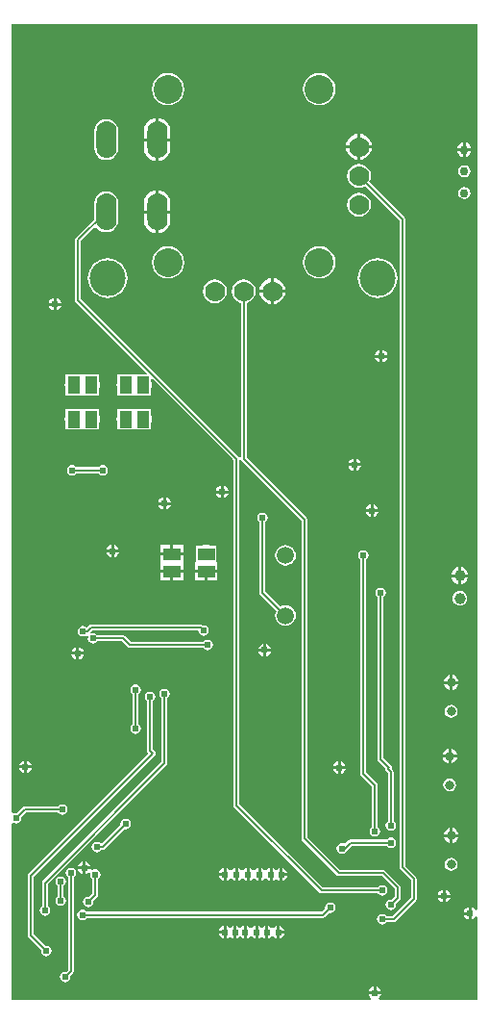
<source format=gbl>
G04 Layer_Physical_Order=2*
G04 Layer_Color=16711680*
%FSLAX25Y25*%
%MOIN*%
G70*
G01*
G75*
%ADD30C,0.00800*%
%ADD32C,0.10000*%
%ADD33O,0.07000X0.13000*%
%ADD34C,0.07000*%
%ADD35R,0.05900X0.04300*%
%ADD36C,0.12500*%
%ADD37R,0.04300X0.05900*%
%ADD38C,0.03150*%
%ADD39C,0.03937*%
%ADD40C,0.05905*%
%ADD41C,0.03000*%
%ADD42C,0.02400*%
G36*
X393500Y337298D02*
X392900Y337116D01*
X392586Y337586D01*
X391858Y338072D01*
X391500Y338144D01*
Y336000D01*
Y333856D01*
X391858Y333928D01*
X392586Y334414D01*
X392900Y334884D01*
X393500Y334702D01*
Y306121D01*
X359480D01*
X359298Y306721D01*
X359586Y306914D01*
X360072Y307642D01*
X360144Y308000D01*
X355856D01*
X355928Y307642D01*
X356414Y306914D01*
X356702Y306721D01*
X356520Y306121D01*
X232000D01*
Y367116D01*
X232600Y367437D01*
X232798Y367304D01*
X233500Y367165D01*
X234202Y367304D01*
X234798Y367702D01*
X235196Y368298D01*
X235335Y369000D01*
X235270Y369328D01*
X236922Y370980D01*
X248016D01*
X248202Y370702D01*
X248798Y370304D01*
X249500Y370165D01*
X250202Y370304D01*
X250798Y370702D01*
X251196Y371298D01*
X251335Y372000D01*
X251196Y372702D01*
X250798Y373298D01*
X250202Y373696D01*
X249500Y373835D01*
X248798Y373696D01*
X248202Y373298D01*
X248016Y373020D01*
X236500D01*
X236110Y372942D01*
X235779Y372721D01*
X233828Y370770D01*
X233500Y370835D01*
X232798Y370696D01*
X232600Y370564D01*
X232000Y370884D01*
Y643878D01*
X393500D01*
Y337298D01*
D02*
G37*
%LPC*%
G36*
X238888Y386244D02*
X237244D01*
Y384600D01*
X237602Y384672D01*
X238330Y385158D01*
X238816Y385886D01*
X238888Y386244D01*
D02*
G37*
G36*
X345205Y388644D02*
X344846Y388572D01*
X344119Y388086D01*
X343632Y387358D01*
X343561Y387000D01*
X345205D01*
Y388644D01*
D02*
G37*
G36*
X236244Y386244D02*
X234600D01*
X234672Y385886D01*
X235158Y385158D01*
X235886Y384672D01*
X236244Y384600D01*
Y386244D01*
D02*
G37*
G36*
X347848Y386000D02*
X346205D01*
Y384356D01*
X346563Y384428D01*
X347291Y384914D01*
X347777Y385642D01*
X347848Y386000D01*
D02*
G37*
G36*
X383500Y390000D02*
X381469D01*
X381491Y389828D01*
X381751Y389201D01*
X382164Y388664D01*
X382701Y388251D01*
X383328Y387991D01*
X383500Y387969D01*
Y390000D01*
D02*
G37*
G36*
X386531D02*
X384500D01*
Y387969D01*
X384672Y387991D01*
X385298Y388251D01*
X385836Y388664D01*
X386249Y389201D01*
X386508Y389828D01*
X386531Y390000D01*
D02*
G37*
G36*
X237244Y388888D02*
Y387244D01*
X238888D01*
X238816Y387602D01*
X238330Y388330D01*
X237602Y388816D01*
X237244Y388888D01*
D02*
G37*
G36*
X346205Y388644D02*
Y387000D01*
X347848D01*
X347777Y387358D01*
X347291Y388086D01*
X346563Y388572D01*
X346205Y388644D01*
D02*
G37*
G36*
X236244Y388888D02*
X235886Y388816D01*
X235158Y388330D01*
X234672Y387602D01*
X234600Y387244D01*
X236244D01*
Y388888D01*
D02*
G37*
G36*
X354000Y461835D02*
X353298Y461696D01*
X352702Y461298D01*
X352304Y460702D01*
X352165Y460000D01*
X352304Y459298D01*
X352702Y458702D01*
X352980Y458516D01*
Y384500D01*
X353058Y384110D01*
X353279Y383779D01*
X356980Y380078D01*
Y365984D01*
X356702Y365798D01*
X356304Y365202D01*
X356165Y364500D01*
X356304Y363798D01*
X356702Y363202D01*
X357298Y362804D01*
X358000Y362665D01*
X358702Y362804D01*
X359298Y363202D01*
X359696Y363798D01*
X359835Y364500D01*
X359696Y365202D01*
X359298Y365798D01*
X359020Y365984D01*
Y380500D01*
X358942Y380890D01*
X358721Y381221D01*
X355020Y384922D01*
Y458516D01*
X355298Y458702D01*
X355696Y459298D01*
X355835Y460000D01*
X355696Y460702D01*
X355298Y461298D01*
X354702Y461696D01*
X354000Y461835D01*
D02*
G37*
G36*
X384000Y365531D02*
X383828Y365509D01*
X383202Y365249D01*
X382664Y364836D01*
X382251Y364299D01*
X381992Y363672D01*
X381969Y363500D01*
X384000D01*
Y365531D01*
D02*
G37*
G36*
Y362500D02*
X381969D01*
X381992Y362328D01*
X382251Y361701D01*
X382664Y361164D01*
X383202Y360751D01*
X383828Y360491D01*
X384000Y360469D01*
Y362500D01*
D02*
G37*
G36*
X387031D02*
X385000D01*
Y360469D01*
X385172Y360491D01*
X385799Y360751D01*
X386336Y361164D01*
X386749Y361701D01*
X387009Y362328D01*
X387031Y362500D01*
D02*
G37*
G36*
X385000Y365531D02*
Y363500D01*
X387031D01*
X387009Y363672D01*
X386749Y364299D01*
X386336Y364836D01*
X385799Y365249D01*
X385172Y365509D01*
X385000Y365531D01*
D02*
G37*
G36*
X384000Y382717D02*
X383151Y382549D01*
X382432Y382068D01*
X381951Y381349D01*
X381783Y380500D01*
X381951Y379651D01*
X382432Y378932D01*
X383151Y378451D01*
X384000Y378283D01*
X384849Y378451D01*
X385568Y378932D01*
X386049Y379651D01*
X386217Y380500D01*
X386049Y381349D01*
X385568Y382068D01*
X384849Y382549D01*
X384000Y382717D01*
D02*
G37*
G36*
X345205Y386000D02*
X343561D01*
X343632Y385642D01*
X344119Y384914D01*
X344846Y384428D01*
X345205Y384356D01*
Y386000D01*
D02*
G37*
G36*
X360000Y448835D02*
X359298Y448696D01*
X358702Y448298D01*
X358304Y447702D01*
X358165Y447000D01*
X358304Y446298D01*
X358702Y445702D01*
X358980Y445516D01*
Y389500D01*
X359058Y389110D01*
X359279Y388779D01*
X361602Y386456D01*
X361558Y386390D01*
X361480Y386000D01*
X361558Y385610D01*
X361779Y385279D01*
X362480Y384578D01*
Y367984D01*
X362202Y367798D01*
X361804Y367202D01*
X361665Y366500D01*
X361804Y365798D01*
X362202Y365202D01*
X362798Y364804D01*
X363500Y364665D01*
X364202Y364804D01*
X364798Y365202D01*
X365196Y365798D01*
X365335Y366500D01*
X365196Y367202D01*
X364798Y367798D01*
X364520Y367984D01*
Y385000D01*
X364442Y385390D01*
X364221Y385721D01*
X363898Y386044D01*
X363942Y386110D01*
X364020Y386500D01*
X363942Y386890D01*
X363721Y387221D01*
X361020Y389922D01*
Y445516D01*
X361298Y445702D01*
X361696Y446298D01*
X361835Y447000D01*
X361696Y447702D01*
X361298Y448298D01*
X360702Y448696D01*
X360000Y448835D01*
D02*
G37*
G36*
X271500Y368835D02*
X270798Y368696D01*
X270202Y368298D01*
X269804Y367702D01*
X269665Y367000D01*
X269730Y366672D01*
X263454Y360396D01*
X262798Y360298D01*
X262202Y360696D01*
X261500Y360835D01*
X260798Y360696D01*
X260202Y360298D01*
X259804Y359702D01*
X259665Y359000D01*
X259804Y358298D01*
X260202Y357702D01*
X260798Y357304D01*
X261500Y357165D01*
X262202Y357304D01*
X262798Y357702D01*
X262984Y357980D01*
X263500D01*
X263890Y358058D01*
X264221Y358279D01*
X271172Y365230D01*
X271500Y365165D01*
X272202Y365304D01*
X272798Y365702D01*
X273196Y366298D01*
X273335Y367000D01*
X273196Y367702D01*
X272798Y368298D01*
X272202Y368696D01*
X271500Y368835D01*
D02*
G37*
G36*
X254410Y428234D02*
X254051Y428163D01*
X253323Y427677D01*
X252837Y426949D01*
X252766Y426590D01*
X254410D01*
Y428234D01*
D02*
G37*
G36*
X255410D02*
Y426590D01*
X257053D01*
X256982Y426949D01*
X256496Y427677D01*
X255768Y428163D01*
X255410Y428234D01*
D02*
G37*
G36*
X319256Y426744D02*
X317612D01*
X317684Y426386D01*
X318170Y425658D01*
X318898Y425172D01*
X319256Y425101D01*
Y426744D01*
D02*
G37*
G36*
X321900D02*
X320256D01*
Y425101D01*
X320614Y425172D01*
X321342Y425658D01*
X321828Y426386D01*
X321900Y426744D01*
D02*
G37*
G36*
X319256Y429388D02*
X318898Y429316D01*
X318170Y428830D01*
X317684Y428102D01*
X317612Y427744D01*
X319256D01*
Y429388D01*
D02*
G37*
G36*
X319000Y474835D02*
X318298Y474696D01*
X317702Y474298D01*
X317304Y473702D01*
X317165Y473000D01*
X317304Y472298D01*
X317702Y471702D01*
X317980Y471516D01*
Y447134D01*
X318058Y446744D01*
X318279Y446413D01*
X323858Y440833D01*
X323539Y440061D01*
X323417Y439134D01*
X323539Y438206D01*
X323897Y437342D01*
X324466Y436600D01*
X325208Y436030D01*
X326073Y435673D01*
X327000Y435550D01*
X327927Y435673D01*
X328792Y436030D01*
X329534Y436600D01*
X330103Y437342D01*
X330461Y438206D01*
X330583Y439134D01*
X330461Y440061D01*
X330103Y440926D01*
X329534Y441668D01*
X328792Y442237D01*
X327927Y442595D01*
X327000Y442717D01*
X326073Y442595D01*
X325300Y442275D01*
X320020Y447556D01*
Y471516D01*
X320298Y471702D01*
X320696Y472298D01*
X320835Y473000D01*
X320696Y473702D01*
X320298Y474298D01*
X319702Y474696D01*
X319000Y474835D01*
D02*
G37*
G36*
X387500Y447717D02*
X386829Y447628D01*
X386205Y447370D01*
X385668Y446958D01*
X385256Y446421D01*
X384998Y445796D01*
X384909Y445126D01*
X384998Y444455D01*
X385256Y443831D01*
X385668Y443294D01*
X386205Y442882D01*
X386829Y442624D01*
X387500Y442535D01*
X388171Y442624D01*
X388795Y442882D01*
X389332Y443294D01*
X389744Y443831D01*
X390002Y444455D01*
X390091Y445126D01*
X390002Y445796D01*
X389744Y446421D01*
X389332Y446958D01*
X388795Y447370D01*
X388171Y447628D01*
X387500Y447717D01*
D02*
G37*
G36*
X320256Y429388D02*
Y427744D01*
X321900D01*
X321828Y428102D01*
X321342Y428830D01*
X320614Y429316D01*
X320256Y429388D01*
D02*
G37*
G36*
X297500Y436020D02*
X259500D01*
X259110Y435942D01*
X258779Y435721D01*
X258118Y435060D01*
X258065Y435065D01*
X257470Y435463D01*
X256768Y435603D01*
X256065Y435463D01*
X255470Y435065D01*
X255072Y434470D01*
X254932Y433768D01*
X255072Y433065D01*
X255470Y432470D01*
X256065Y432072D01*
X256768Y431932D01*
X257470Y432072D01*
X258065Y432470D01*
X258238Y432455D01*
X258527Y432016D01*
X258578Y431823D01*
X258456Y431209D01*
X258596Y430506D01*
X258994Y429911D01*
X259589Y429513D01*
X260291Y429373D01*
X260994Y429513D01*
X261589Y429911D01*
X261775Y430189D01*
X270369D01*
X272279Y428279D01*
X272610Y428058D01*
X273000Y427980D01*
X298516D01*
X298702Y427702D01*
X299298Y427304D01*
X300000Y427165D01*
X300702Y427304D01*
X301298Y427702D01*
X301696Y428298D01*
X301835Y429000D01*
X301696Y429702D01*
X301298Y430298D01*
X300702Y430696D01*
X300000Y430835D01*
X299298Y430696D01*
X298702Y430298D01*
X298516Y430020D01*
X273422D01*
X271512Y431930D01*
X271182Y432151D01*
X270791Y432228D01*
X261775D01*
X261589Y432506D01*
X260994Y432904D01*
X260291Y433044D01*
X259721Y432931D01*
X259385Y433382D01*
X259367Y433425D01*
X259922Y433980D01*
X296669D01*
X296804Y433298D01*
X297202Y432702D01*
X297798Y432304D01*
X298500Y432165D01*
X299202Y432304D01*
X299798Y432702D01*
X300196Y433298D01*
X300335Y434000D01*
X300196Y434702D01*
X299798Y435298D01*
X299202Y435696D01*
X298500Y435835D01*
X298153Y435766D01*
X297890Y435942D01*
X297500Y436020D01*
D02*
G37*
G36*
X257053Y425591D02*
X255410D01*
Y423947D01*
X255768Y424018D01*
X256496Y424504D01*
X256982Y425232D01*
X257053Y425591D01*
D02*
G37*
G36*
X275000Y415335D02*
X274298Y415196D01*
X273702Y414798D01*
X273304Y414202D01*
X273165Y413500D01*
X273304Y412798D01*
X273702Y412202D01*
X273980Y412016D01*
Y401484D01*
X273702Y401298D01*
X273304Y400702D01*
X273165Y400000D01*
X273304Y399298D01*
X273702Y398702D01*
X274298Y398304D01*
X275000Y398165D01*
X275702Y398304D01*
X276298Y398702D01*
X276696Y399298D01*
X276835Y400000D01*
X276696Y400702D01*
X276298Y401298D01*
X276020Y401484D01*
Y412016D01*
X276298Y412202D01*
X276696Y412798D01*
X276835Y413500D01*
X276696Y414202D01*
X276298Y414798D01*
X275702Y415196D01*
X275000Y415335D01*
D02*
G37*
G36*
X384500Y408217D02*
X383651Y408049D01*
X382932Y407568D01*
X382451Y406849D01*
X382283Y406000D01*
X382451Y405151D01*
X382932Y404432D01*
X383651Y403951D01*
X384500Y403783D01*
X385349Y403951D01*
X386068Y404432D01*
X386549Y405151D01*
X386717Y406000D01*
X386549Y406849D01*
X386068Y407568D01*
X385349Y408049D01*
X384500Y408217D01*
D02*
G37*
G36*
X383500Y393031D02*
X383328Y393008D01*
X382701Y392749D01*
X382164Y392336D01*
X381751Y391798D01*
X381491Y391172D01*
X381469Y391000D01*
X383500D01*
Y393031D01*
D02*
G37*
G36*
X384500D02*
Y391000D01*
X386531D01*
X386508Y391172D01*
X386249Y391798D01*
X385836Y392336D01*
X385298Y392749D01*
X384672Y393008D01*
X384500Y393031D01*
D02*
G37*
G36*
X384000Y415500D02*
X381969D01*
X381992Y415328D01*
X382251Y414702D01*
X382664Y414164D01*
X383202Y413751D01*
X383828Y413491D01*
X384000Y413469D01*
Y415500D01*
D02*
G37*
G36*
X385000Y418531D02*
Y416500D01*
X387031D01*
X387009Y416672D01*
X386749Y417299D01*
X386336Y417836D01*
X385799Y418249D01*
X385172Y418508D01*
X385000Y418531D01*
D02*
G37*
G36*
X254410Y425591D02*
X252766D01*
X252837Y425232D01*
X253323Y424504D01*
X254051Y424018D01*
X254410Y423947D01*
Y425591D01*
D02*
G37*
G36*
X387031Y415500D02*
X385000D01*
Y413469D01*
X385172Y413491D01*
X385799Y413751D01*
X386336Y414164D01*
X386749Y414702D01*
X387009Y415328D01*
X387031Y415500D01*
D02*
G37*
G36*
X384000Y418531D02*
X383828Y418508D01*
X383202Y418249D01*
X382664Y417836D01*
X382251Y417299D01*
X381992Y416672D01*
X381969Y416500D01*
X384000D01*
Y418531D01*
D02*
G37*
G36*
X320000Y331644D02*
X319642Y331572D01*
X318914Y331086D01*
X318586D01*
X317858Y331572D01*
X317500Y331644D01*
Y329500D01*
Y327356D01*
X317858Y327428D01*
X318586Y327914D01*
X318914D01*
X319642Y327428D01*
X320000Y327356D01*
Y329500D01*
Y331644D01*
D02*
G37*
G36*
X390500Y335500D02*
X388856D01*
X388928Y335142D01*
X389414Y334414D01*
X390142Y333928D01*
X390500Y333856D01*
Y335500D01*
D02*
G37*
G36*
X309000Y331644D02*
X308642Y331572D01*
X307914Y331086D01*
X307586D01*
X306858Y331572D01*
X306500Y331644D01*
Y329500D01*
Y327356D01*
X306858Y327428D01*
X307586Y327914D01*
X307914D01*
X308642Y327428D01*
X309000Y327356D01*
Y329500D01*
Y331644D01*
D02*
G37*
G36*
X312500D02*
X312142Y331572D01*
X311414Y331086D01*
X311086D01*
X310358Y331572D01*
X310000Y331644D01*
Y329500D01*
Y327356D01*
X310358Y327428D01*
X311086Y327914D01*
X311414D01*
X312142Y327428D01*
X312500Y327356D01*
Y329500D01*
Y331644D01*
D02*
G37*
G36*
X352500Y595635D02*
X351430Y595495D01*
X350432Y595081D01*
X349576Y594424D01*
X348919Y593568D01*
X348505Y592570D01*
X348365Y591500D01*
X348505Y590430D01*
X348919Y589432D01*
X349576Y588576D01*
X350432Y587919D01*
X351430Y587505D01*
X352500Y587365D01*
X353570Y587505D01*
X354568Y587919D01*
X354608Y587950D01*
X366480Y576078D01*
Y352000D01*
X366558Y351610D01*
X366779Y351279D01*
X370480Y347578D01*
Y341422D01*
X364078Y335020D01*
X361984D01*
X361798Y335298D01*
X361202Y335696D01*
X360500Y335835D01*
X359798Y335696D01*
X359202Y335298D01*
X358804Y334702D01*
X358665Y334000D01*
X358804Y333298D01*
X359202Y332702D01*
X359798Y332304D01*
X360500Y332165D01*
X361202Y332304D01*
X361798Y332702D01*
X361984Y332980D01*
X364500D01*
X364890Y333058D01*
X365221Y333279D01*
X372221Y340279D01*
X372442Y340610D01*
X372520Y341000D01*
Y348000D01*
X372442Y348390D01*
X372221Y348721D01*
X368520Y352422D01*
Y576500D01*
X368442Y576890D01*
X368221Y577221D01*
X356050Y589392D01*
X356081Y589432D01*
X356494Y590430D01*
X356635Y591500D01*
X356494Y592570D01*
X356081Y593568D01*
X355424Y594424D01*
X354568Y595081D01*
X353570Y595495D01*
X352500Y595635D01*
D02*
G37*
G36*
X342500Y339835D02*
X341798Y339696D01*
X341202Y339298D01*
X340804Y338702D01*
X340665Y338000D01*
X340730Y337672D01*
X339578Y336520D01*
X257984D01*
X257798Y336798D01*
X257202Y337196D01*
X256500Y337335D01*
X255798Y337196D01*
X255202Y336798D01*
X254804Y336202D01*
X254665Y335500D01*
X254804Y334798D01*
X255202Y334202D01*
X255798Y333804D01*
X256500Y333665D01*
X257202Y333804D01*
X257798Y334202D01*
X257984Y334480D01*
X340000D01*
X340390Y334558D01*
X340721Y334779D01*
X342172Y336230D01*
X342500Y336165D01*
X343202Y336304D01*
X343798Y336702D01*
X344196Y337298D01*
X344335Y338000D01*
X344196Y338702D01*
X343798Y339298D01*
X343202Y339696D01*
X342500Y339835D01*
D02*
G37*
G36*
X249000Y348835D02*
X248298Y348696D01*
X247702Y348298D01*
X247304Y347702D01*
X247165Y347000D01*
X247304Y346298D01*
X247702Y345702D01*
X247980Y345516D01*
Y341984D01*
X247702Y341798D01*
X247304Y341202D01*
X247165Y340500D01*
X247304Y339798D01*
X247702Y339202D01*
X248298Y338804D01*
X249000Y338665D01*
X249702Y338804D01*
X250298Y339202D01*
X250696Y339798D01*
X250835Y340500D01*
X250696Y341202D01*
X250298Y341798D01*
X250020Y341984D01*
Y345516D01*
X250298Y345702D01*
X250696Y346298D01*
X250835Y347000D01*
X250696Y347702D01*
X250298Y348298D01*
X249702Y348696D01*
X249000Y348835D01*
D02*
G37*
G36*
X285000Y413835D02*
X284298Y413696D01*
X283702Y413298D01*
X283304Y412702D01*
X283165Y412000D01*
X283304Y411298D01*
X283702Y410702D01*
X283980Y410516D01*
Y388422D01*
X242779Y347221D01*
X242558Y346890D01*
X242480Y346500D01*
Y338484D01*
X242202Y338298D01*
X241804Y337702D01*
X241665Y337000D01*
X241804Y336298D01*
X242202Y335702D01*
X242798Y335304D01*
X243500Y335165D01*
X244202Y335304D01*
X244798Y335702D01*
X245196Y336298D01*
X245335Y337000D01*
X245196Y337702D01*
X244798Y338298D01*
X244520Y338484D01*
Y346078D01*
X285721Y387279D01*
X285942Y387610D01*
X286020Y388000D01*
Y410516D01*
X286298Y410702D01*
X286696Y411298D01*
X286835Y412000D01*
X286696Y412702D01*
X286298Y413298D01*
X285702Y413696D01*
X285000Y413835D01*
D02*
G37*
G36*
X390500Y338144D02*
X390142Y338072D01*
X389414Y337586D01*
X388928Y336858D01*
X388856Y336500D01*
X390500D01*
Y338144D01*
D02*
G37*
G36*
X324000Y331644D02*
X323642Y331572D01*
X322914Y331086D01*
X322800Y330916D01*
X322200D01*
X322086Y331086D01*
X321358Y331572D01*
X321000Y331644D01*
Y329500D01*
Y327356D01*
X321358Y327428D01*
X322086Y327914D01*
X322200Y328084D01*
X322800D01*
X322914Y327914D01*
X323642Y327428D01*
X324000Y327356D01*
Y329500D01*
Y331644D01*
D02*
G37*
G36*
X252500Y351835D02*
X251798Y351696D01*
X251202Y351298D01*
X250804Y350702D01*
X250665Y350000D01*
X250804Y349298D01*
X251202Y348702D01*
X251480Y348516D01*
Y316422D01*
X250828Y315770D01*
X250500Y315835D01*
X249798Y315696D01*
X249202Y315298D01*
X248804Y314702D01*
X248665Y314000D01*
X248804Y313298D01*
X249202Y312702D01*
X249798Y312304D01*
X250500Y312165D01*
X251202Y312304D01*
X251798Y312702D01*
X252196Y313298D01*
X252335Y314000D01*
X252270Y314328D01*
X253221Y315279D01*
X253442Y315610D01*
X253520Y316000D01*
Y348516D01*
X253798Y348702D01*
X254196Y349298D01*
X254335Y350000D01*
X254196Y350702D01*
X253798Y351298D01*
X253202Y351696D01*
X252500Y351835D01*
D02*
G37*
G36*
X280000Y412835D02*
X279298Y412696D01*
X278702Y412298D01*
X278304Y411702D01*
X278165Y411000D01*
X278304Y410298D01*
X278702Y409702D01*
X278980Y409516D01*
Y392500D01*
X279058Y392110D01*
X279279Y391779D01*
X279558Y391500D01*
X237779Y349721D01*
X237558Y349390D01*
X237480Y349000D01*
Y328500D01*
X237558Y328110D01*
X237779Y327779D01*
X242230Y323328D01*
X242165Y323000D01*
X242304Y322298D01*
X242702Y321702D01*
X243298Y321304D01*
X244000Y321165D01*
X244702Y321304D01*
X245298Y321702D01*
X245696Y322298D01*
X245835Y323000D01*
X245696Y323702D01*
X245298Y324298D01*
X244702Y324696D01*
X244000Y324835D01*
X243672Y324770D01*
X239520Y328922D01*
Y348578D01*
X281721Y390779D01*
X281942Y391110D01*
X282020Y391500D01*
X281942Y391890D01*
X281721Y392221D01*
X281020Y392922D01*
Y409516D01*
X281298Y409702D01*
X281696Y410298D01*
X281835Y411000D01*
X281696Y411702D01*
X281298Y412298D01*
X280702Y412696D01*
X280000Y412835D01*
D02*
G37*
G36*
X357500Y310644D02*
X357142Y310572D01*
X356414Y310086D01*
X355928Y309358D01*
X355856Y309000D01*
X357500D01*
Y310644D01*
D02*
G37*
G36*
X358500D02*
Y309000D01*
X360144D01*
X360072Y309358D01*
X359586Y310086D01*
X358858Y310572D01*
X358500Y310644D01*
D02*
G37*
G36*
X305500Y329000D02*
X303856D01*
X303928Y328642D01*
X304414Y327914D01*
X305142Y327428D01*
X305500Y327356D01*
Y329000D01*
D02*
G37*
G36*
X325000Y331644D02*
Y330000D01*
X326644D01*
X326572Y330358D01*
X326086Y331086D01*
X325358Y331572D01*
X325000Y331644D01*
D02*
G37*
G36*
X316500D02*
X316142Y331572D01*
X315414Y331086D01*
X315300Y330916D01*
X314700D01*
X314586Y331086D01*
X313858Y331572D01*
X313500Y331644D01*
Y329500D01*
Y327356D01*
X313858Y327428D01*
X314586Y327914D01*
X314700Y328084D01*
X315300D01*
X315414Y327914D01*
X316142Y327428D01*
X316500Y327356D01*
Y329500D01*
Y331644D01*
D02*
G37*
G36*
X326644Y329000D02*
X325000D01*
Y327356D01*
X325358Y327428D01*
X326086Y327914D01*
X326572Y328642D01*
X326644Y329000D01*
D02*
G37*
G36*
X305500Y331644D02*
X305142Y331572D01*
X304414Y331086D01*
X303928Y330358D01*
X303856Y330000D01*
X305500D01*
Y331644D01*
D02*
G37*
G36*
X313500Y351644D02*
X313142Y351572D01*
X312414Y351086D01*
X312300Y350916D01*
X311700D01*
X311586Y351086D01*
X310858Y351572D01*
X310500Y351644D01*
Y349500D01*
Y347356D01*
X310858Y347428D01*
X311586Y347914D01*
X311700Y348084D01*
X312300D01*
X312414Y347914D01*
X313142Y347428D01*
X313500Y347356D01*
Y349500D01*
Y351644D01*
D02*
G37*
G36*
X317500D02*
X317142Y351572D01*
X316414Y351086D01*
X316300Y350916D01*
X315700D01*
X315586Y351086D01*
X314858Y351572D01*
X314500Y351644D01*
Y349500D01*
Y347356D01*
X314858Y347428D01*
X315586Y347914D01*
X315700Y348084D01*
X316300D01*
X316414Y347914D01*
X317142Y347428D01*
X317500Y347356D01*
Y349500D01*
Y351644D01*
D02*
G37*
G36*
X261000Y351335D02*
X260298Y351196D01*
X259873Y350912D01*
X259324Y351230D01*
X259339Y351304D01*
X257696D01*
Y349661D01*
X258054Y349732D01*
X258683Y350152D01*
X259058Y349997D01*
X259235Y349855D01*
X259165Y349500D01*
X259304Y348798D01*
X259702Y348202D01*
X259980Y348016D01*
Y342922D01*
X258828Y341770D01*
X258500Y341835D01*
X257798Y341696D01*
X257202Y341298D01*
X256804Y340702D01*
X256665Y340000D01*
X256804Y339298D01*
X257202Y338702D01*
X257798Y338304D01*
X258500Y338165D01*
X259202Y338304D01*
X259798Y338702D01*
X260196Y339298D01*
X260335Y340000D01*
X260270Y340328D01*
X261721Y341779D01*
X261942Y342110D01*
X262020Y342500D01*
Y348016D01*
X262298Y348202D01*
X262696Y348798D01*
X262835Y349500D01*
X262696Y350202D01*
X262298Y350798D01*
X261702Y351196D01*
X261000Y351335D01*
D02*
G37*
G36*
X309500Y351644D02*
X309142Y351572D01*
X308414Y351086D01*
X308300Y350916D01*
X307700D01*
X307586Y351086D01*
X306858Y351572D01*
X306500Y351644D01*
Y349500D01*
Y347356D01*
X306858Y347428D01*
X307586Y347914D01*
X307700Y348084D01*
X308300D01*
X308414Y347914D01*
X309142Y347428D01*
X309500Y347356D01*
Y349500D01*
Y351644D01*
D02*
G37*
G36*
X321500D02*
X321142Y351572D01*
X320414Y351086D01*
X320300Y350916D01*
X319700D01*
X319586Y351086D01*
X318858Y351572D01*
X318500Y351644D01*
Y349500D01*
Y347356D01*
X318858Y347428D01*
X319586Y347914D01*
X319700Y348084D01*
X320300D01*
X320414Y347914D01*
X321142Y347428D01*
X321500Y347356D01*
Y349500D01*
Y351644D01*
D02*
G37*
G36*
X257696Y353948D02*
Y352304D01*
X259339D01*
X259268Y352663D01*
X258782Y353391D01*
X258054Y353877D01*
X257696Y353948D01*
D02*
G37*
G36*
X363500Y362335D02*
X362798Y362196D01*
X362202Y361798D01*
X362016Y361520D01*
X349500D01*
X349110Y361442D01*
X348779Y361221D01*
X347533Y359975D01*
X347202Y360196D01*
X346500Y360335D01*
X345798Y360196D01*
X345202Y359798D01*
X344804Y359202D01*
X344665Y358500D01*
X344804Y357798D01*
X345202Y357202D01*
X345798Y356804D01*
X346500Y356665D01*
X347202Y356804D01*
X347798Y357202D01*
X348153Y357733D01*
X348221Y357779D01*
X349922Y359480D01*
X362016D01*
X362202Y359202D01*
X362798Y358804D01*
X363500Y358665D01*
X364202Y358804D01*
X364798Y359202D01*
X365196Y359798D01*
X365335Y360500D01*
X365196Y361202D01*
X364798Y361798D01*
X364202Y362196D01*
X363500Y362335D01*
D02*
G37*
G36*
X325000Y351644D02*
X324642Y351572D01*
X323914Y351086D01*
X323586D01*
X322858Y351572D01*
X322500Y351644D01*
Y349500D01*
Y347356D01*
X322858Y347428D01*
X323586Y347914D01*
X323914D01*
X324642Y347428D01*
X325000Y347356D01*
Y349500D01*
Y351644D01*
D02*
G37*
G36*
X256696Y353948D02*
X256337Y353877D01*
X255609Y353391D01*
X255123Y352663D01*
X255052Y352304D01*
X256696D01*
Y353948D01*
D02*
G37*
G36*
X384500Y355217D02*
X383651Y355049D01*
X382932Y354568D01*
X382451Y353849D01*
X382283Y353000D01*
X382451Y352151D01*
X382932Y351432D01*
X383651Y350951D01*
X384500Y350783D01*
X385349Y350951D01*
X386068Y351432D01*
X386549Y352151D01*
X386717Y353000D01*
X386549Y353849D01*
X386068Y354568D01*
X385349Y355049D01*
X384500Y355217D01*
D02*
G37*
G36*
X381500Y344144D02*
X381142Y344072D01*
X380414Y343586D01*
X379928Y342858D01*
X379856Y342500D01*
X381500D01*
Y344144D01*
D02*
G37*
G36*
X382500D02*
Y342500D01*
X384144D01*
X384072Y342858D01*
X383586Y343586D01*
X382858Y344072D01*
X382500Y344144D01*
D02*
G37*
G36*
X381500Y341500D02*
X379856D01*
X379928Y341142D01*
X380414Y340414D01*
X381142Y339928D01*
X381500Y339856D01*
Y341500D01*
D02*
G37*
G36*
X384144D02*
X382500D01*
Y339856D01*
X382858Y339928D01*
X383586Y340414D01*
X384072Y341142D01*
X384144Y341500D01*
D02*
G37*
G36*
X305500Y349000D02*
X303856D01*
X303928Y348642D01*
X304414Y347914D01*
X305142Y347428D01*
X305500Y347356D01*
Y349000D01*
D02*
G37*
G36*
Y351644D02*
X305142Y351572D01*
X304414Y351086D01*
X303928Y350358D01*
X303856Y350000D01*
X305500D01*
Y351644D01*
D02*
G37*
G36*
X326000D02*
Y350000D01*
X327644D01*
X327572Y350358D01*
X327086Y351086D01*
X326358Y351572D01*
X326000Y351644D01*
D02*
G37*
G36*
X327644Y349000D02*
X326000D01*
Y347356D01*
X326358Y347428D01*
X327086Y347914D01*
X327572Y348642D01*
X327644Y349000D01*
D02*
G37*
G36*
X256696Y351304D02*
X255052D01*
X255123Y350946D01*
X255609Y350218D01*
X256337Y349732D01*
X256696Y349661D01*
Y351304D01*
D02*
G37*
G36*
X387000Y452500D02*
X384572D01*
X384608Y452225D01*
X384907Y451503D01*
X385383Y450883D01*
X386003Y450407D01*
X386725Y450108D01*
X387000Y450072D01*
Y452500D01*
D02*
G37*
G36*
X323000Y555973D02*
Y552000D01*
X326973D01*
X326884Y552675D01*
X326431Y553769D01*
X325709Y554709D01*
X324769Y555431D01*
X323675Y555884D01*
X323000Y555973D01*
D02*
G37*
G36*
X286250Y567148D02*
X284788Y566956D01*
X283426Y566392D01*
X282256Y565494D01*
X281358Y564324D01*
X280794Y562962D01*
X280602Y561500D01*
X280794Y560038D01*
X281358Y558676D01*
X282256Y557506D01*
X283426Y556608D01*
X284788Y556044D01*
X286250Y555852D01*
X287712Y556044D01*
X289074Y556608D01*
X290244Y557506D01*
X291142Y558676D01*
X291706Y560038D01*
X291898Y561500D01*
X291706Y562962D01*
X291142Y564324D01*
X290244Y565494D01*
X289074Y566392D01*
X287712Y566956D01*
X286250Y567148D01*
D02*
G37*
G36*
X359000Y562883D02*
X357657Y562751D01*
X356366Y562359D01*
X355176Y561723D01*
X354133Y560867D01*
X353277Y559824D01*
X352641Y558634D01*
X352249Y557343D01*
X352117Y556000D01*
X352249Y554657D01*
X352641Y553366D01*
X353277Y552176D01*
X354133Y551133D01*
X355176Y550277D01*
X356366Y549641D01*
X357657Y549249D01*
X359000Y549117D01*
X360343Y549249D01*
X361634Y549641D01*
X362824Y550277D01*
X363867Y551133D01*
X364723Y552176D01*
X365359Y553366D01*
X365751Y554657D01*
X365883Y556000D01*
X365751Y557343D01*
X365359Y558634D01*
X364723Y559824D01*
X363867Y560867D01*
X362824Y561723D01*
X361634Y562359D01*
X360343Y562751D01*
X359000Y562883D01*
D02*
G37*
G36*
X322000Y555973D02*
X321325Y555884D01*
X320231Y555431D01*
X319291Y554709D01*
X318569Y553769D01*
X318116Y552675D01*
X318027Y552000D01*
X322000D01*
Y555973D01*
D02*
G37*
G36*
X338750Y567148D02*
X337288Y566956D01*
X335926Y566392D01*
X334756Y565494D01*
X333858Y564324D01*
X333294Y562962D01*
X333102Y561500D01*
X333294Y560038D01*
X333858Y558676D01*
X334756Y557506D01*
X335926Y556608D01*
X337288Y556044D01*
X338750Y555852D01*
X340212Y556044D01*
X341574Y556608D01*
X342744Y557506D01*
X343642Y558676D01*
X344206Y560038D01*
X344398Y561500D01*
X344206Y562962D01*
X343642Y564324D01*
X342744Y565494D01*
X341574Y566392D01*
X340212Y566956D01*
X338750Y567148D01*
D02*
G37*
G36*
X264800Y586135D02*
X263730Y585994D01*
X262732Y585581D01*
X261876Y584924D01*
X261219Y584068D01*
X260806Y583070D01*
X260665Y582000D01*
Y576306D01*
X254279Y569921D01*
X254058Y569590D01*
X253980Y569200D01*
Y548500D01*
X254058Y548110D01*
X254279Y547779D01*
X278954Y523104D01*
X278724Y522550D01*
X274750D01*
Y522550D01*
X274250D01*
Y522550D01*
X268750D01*
Y520462D01*
X268480Y519809D01*
X268373Y519000D01*
X268480Y518191D01*
X268750Y517538D01*
Y515450D01*
X274250D01*
Y515450D01*
X274750D01*
Y515450D01*
X280250D01*
Y517538D01*
X280520Y518191D01*
X280627Y519000D01*
X280520Y519809D01*
X280250Y520462D01*
Y521024D01*
X280804Y521254D01*
X308980Y493078D01*
Y373500D01*
X309058Y373110D01*
X309279Y372779D01*
X338779Y343279D01*
X339110Y343058D01*
X339500Y342980D01*
X359016D01*
X359202Y342702D01*
X359798Y342304D01*
X360500Y342165D01*
X361202Y342304D01*
X361798Y342702D01*
X362196Y343298D01*
X362335Y344000D01*
X362196Y344702D01*
X361798Y345298D01*
X361202Y345696D01*
X360500Y345835D01*
X359798Y345696D01*
X359202Y345298D01*
X359016Y345020D01*
X339922D01*
X311020Y373922D01*
Y492918D01*
X311221Y492989D01*
X311620Y493018D01*
X311779Y492779D01*
X332480Y472078D01*
Y362000D01*
X332558Y361610D01*
X332779Y361279D01*
X344779Y349279D01*
X345110Y349058D01*
X345500Y348980D01*
X360578D01*
X364980Y344578D01*
Y341922D01*
X363828Y340770D01*
X363500Y340835D01*
X362798Y340696D01*
X362202Y340298D01*
X361804Y339702D01*
X361665Y339000D01*
X361804Y338298D01*
X362202Y337702D01*
X362798Y337304D01*
X363500Y337165D01*
X364202Y337304D01*
X364798Y337702D01*
X365196Y338298D01*
X365335Y339000D01*
X365270Y339328D01*
X366721Y340779D01*
X366942Y341110D01*
X367020Y341500D01*
Y345000D01*
X366942Y345390D01*
X366721Y345721D01*
X361721Y350721D01*
X361390Y350942D01*
X361000Y351020D01*
X345922D01*
X334520Y362422D01*
Y472500D01*
X334442Y472890D01*
X334221Y473221D01*
X313520Y493922D01*
Y547499D01*
X313570Y547506D01*
X314568Y547919D01*
X315424Y548576D01*
X316081Y549432D01*
X316494Y550430D01*
X316635Y551500D01*
X316494Y552570D01*
X316081Y553568D01*
X315424Y554424D01*
X314568Y555081D01*
X313570Y555494D01*
X312500Y555635D01*
X311430Y555494D01*
X310432Y555081D01*
X309576Y554424D01*
X308919Y553568D01*
X308506Y552570D01*
X308365Y551500D01*
X308506Y550430D01*
X308919Y549432D01*
X309576Y548576D01*
X310432Y547919D01*
X311430Y547506D01*
X311480Y547499D01*
Y494082D01*
X311280Y494010D01*
X310880Y493982D01*
X310721Y494221D01*
X256020Y548922D01*
Y568778D01*
X260771Y573529D01*
X261568Y573477D01*
X261876Y573076D01*
X262732Y572419D01*
X263730Y572006D01*
X264800Y571865D01*
X265870Y572006D01*
X266868Y572419D01*
X267724Y573076D01*
X268381Y573932D01*
X268794Y574930D01*
X268935Y576000D01*
Y582000D01*
X268794Y583070D01*
X268381Y584068D01*
X267724Y584924D01*
X266868Y585581D01*
X265870Y585994D01*
X264800Y586135D01*
D02*
G37*
G36*
X352500Y585635D02*
X351430Y585495D01*
X350432Y585081D01*
X349576Y584424D01*
X348919Y583568D01*
X348505Y582570D01*
X348365Y581500D01*
X348505Y580430D01*
X348919Y579432D01*
X349576Y578576D01*
X350432Y577919D01*
X351430Y577505D01*
X352500Y577365D01*
X353570Y577505D01*
X354568Y577919D01*
X355424Y578576D01*
X356081Y579432D01*
X356494Y580430D01*
X356635Y581500D01*
X356494Y582570D01*
X356081Y583568D01*
X355424Y584424D01*
X354568Y585081D01*
X353570Y585495D01*
X352500Y585635D01*
D02*
G37*
G36*
X282000Y578500D02*
X277961D01*
Y576000D01*
X278116Y574825D01*
X278569Y573731D01*
X279291Y572791D01*
X280231Y572069D01*
X281325Y571616D01*
X282000Y571527D01*
Y578500D01*
D02*
G37*
G36*
X287039D02*
X283000D01*
Y571527D01*
X283675Y571616D01*
X284769Y572069D01*
X285709Y572791D01*
X286431Y573731D01*
X286884Y574825D01*
X287039Y576000D01*
Y578500D01*
D02*
G37*
G36*
X265300Y562883D02*
X263957Y562751D01*
X262666Y562359D01*
X261476Y561723D01*
X260433Y560867D01*
X259577Y559824D01*
X258941Y558634D01*
X258549Y557343D01*
X258417Y556000D01*
X258549Y554657D01*
X258941Y553366D01*
X259577Y552176D01*
X260433Y551133D01*
X261476Y550277D01*
X262666Y549641D01*
X263957Y549249D01*
X265300Y549117D01*
X266643Y549249D01*
X267934Y549641D01*
X269124Y550277D01*
X270167Y551133D01*
X271023Y552176D01*
X271659Y553366D01*
X272051Y554657D01*
X272183Y556000D01*
X272051Y557343D01*
X271659Y558634D01*
X271023Y559824D01*
X270167Y560867D01*
X269124Y561723D01*
X267934Y562359D01*
X266643Y562751D01*
X265300Y562883D01*
D02*
G37*
G36*
X246500Y546500D02*
X244856D01*
X244928Y546142D01*
X245414Y545414D01*
X246142Y544928D01*
X246500Y544856D01*
Y546500D01*
D02*
G37*
G36*
X249144D02*
X247500D01*
Y544856D01*
X247858Y544928D01*
X248586Y545414D01*
X249072Y546142D01*
X249144Y546500D01*
D02*
G37*
G36*
X359756Y531144D02*
X359398Y531072D01*
X358670Y530586D01*
X358184Y529858D01*
X358112Y529500D01*
X359756D01*
Y531144D01*
D02*
G37*
G36*
X360756D02*
Y529500D01*
X362400D01*
X362328Y529858D01*
X361842Y530586D01*
X361114Y531072D01*
X360756Y531144D01*
D02*
G37*
G36*
X322000Y551000D02*
X318027D01*
X318116Y550325D01*
X318569Y549231D01*
X319291Y548291D01*
X320231Y547569D01*
X321325Y547116D01*
X322000Y547027D01*
Y551000D01*
D02*
G37*
G36*
X246500Y549144D02*
X246142Y549072D01*
X245414Y548586D01*
X244928Y547858D01*
X244856Y547500D01*
X246500D01*
Y549144D01*
D02*
G37*
G36*
X247500D02*
Y547500D01*
X249144D01*
X249072Y547858D01*
X248586Y548586D01*
X247858Y549072D01*
X247500Y549144D01*
D02*
G37*
G36*
X326973Y551000D02*
X323000D01*
Y547027D01*
X323675Y547116D01*
X324769Y547569D01*
X325709Y548291D01*
X326431Y549231D01*
X326884Y550325D01*
X326973Y551000D01*
D02*
G37*
G36*
X302500Y555635D02*
X301430Y555494D01*
X300432Y555081D01*
X299576Y554424D01*
X298919Y553568D01*
X298505Y552570D01*
X298365Y551500D01*
X298505Y550430D01*
X298919Y549432D01*
X299576Y548576D01*
X300432Y547919D01*
X301430Y547506D01*
X302500Y547365D01*
X303570Y547506D01*
X304568Y547919D01*
X305424Y548576D01*
X306081Y549432D01*
X306494Y550430D01*
X306635Y551500D01*
X306494Y552570D01*
X306081Y553568D01*
X305424Y554424D01*
X304568Y555081D01*
X303570Y555494D01*
X302500Y555635D01*
D02*
G37*
G36*
X389500Y602949D02*
Y601000D01*
X391449D01*
X391355Y601475D01*
X390802Y602302D01*
X389976Y602855D01*
X389500Y602949D01*
D02*
G37*
G36*
X352000Y605973D02*
X351325Y605884D01*
X350231Y605431D01*
X349291Y604709D01*
X348569Y603769D01*
X348116Y602675D01*
X348027Y602000D01*
X352000D01*
Y605973D01*
D02*
G37*
G36*
X391449Y600000D02*
X389500D01*
Y598050D01*
X389976Y598145D01*
X390802Y598698D01*
X391355Y599524D01*
X391449Y600000D01*
D02*
G37*
G36*
X388500Y602949D02*
X388024Y602855D01*
X387198Y602302D01*
X386645Y601475D01*
X386550Y601000D01*
X388500D01*
Y602949D01*
D02*
G37*
G36*
X353000Y605973D02*
Y602000D01*
X356973D01*
X356884Y602675D01*
X356431Y603769D01*
X355709Y604709D01*
X354769Y605431D01*
X353675Y605884D01*
X353000Y605973D01*
D02*
G37*
G36*
X286250Y627148D02*
X284788Y626956D01*
X283426Y626392D01*
X282256Y625494D01*
X281358Y624324D01*
X280794Y622962D01*
X280602Y621500D01*
X280794Y620038D01*
X281358Y618676D01*
X282256Y617506D01*
X283426Y616608D01*
X284788Y616044D01*
X286250Y615852D01*
X287712Y616044D01*
X289074Y616608D01*
X290244Y617506D01*
X291142Y618676D01*
X291706Y620038D01*
X291898Y621500D01*
X291706Y622962D01*
X291142Y624324D01*
X290244Y625494D01*
X289074Y626392D01*
X287712Y626956D01*
X286250Y627148D01*
D02*
G37*
G36*
X338750D02*
X337288Y626956D01*
X335926Y626392D01*
X334756Y625494D01*
X333858Y624324D01*
X333294Y622962D01*
X333102Y621500D01*
X333294Y620038D01*
X333858Y618676D01*
X334756Y617506D01*
X335926Y616608D01*
X337288Y616044D01*
X338750Y615852D01*
X340212Y616044D01*
X341574Y616608D01*
X342744Y617506D01*
X343642Y618676D01*
X344206Y620038D01*
X344398Y621500D01*
X344206Y622962D01*
X343642Y624324D01*
X342744Y625494D01*
X341574Y626392D01*
X340212Y626956D01*
X338750Y627148D01*
D02*
G37*
G36*
X282000Y611473D02*
X281325Y611384D01*
X280231Y610931D01*
X279291Y610209D01*
X278569Y609269D01*
X278116Y608175D01*
X277961Y607000D01*
Y604500D01*
X282000D01*
Y611473D01*
D02*
G37*
G36*
X283000D02*
Y604500D01*
X287039D01*
Y607000D01*
X286884Y608175D01*
X286431Y609269D01*
X285709Y610209D01*
X284769Y610931D01*
X283675Y611384D01*
X283000Y611473D01*
D02*
G37*
G36*
X388500Y600000D02*
X386550D01*
X386645Y599524D01*
X387198Y598698D01*
X388024Y598145D01*
X388500Y598050D01*
Y600000D01*
D02*
G37*
G36*
X389000Y587641D02*
X388181Y587478D01*
X387486Y587014D01*
X387022Y586319D01*
X386859Y585500D01*
X387022Y584681D01*
X387486Y583986D01*
X388181Y583522D01*
X389000Y583359D01*
X389819Y583522D01*
X390514Y583986D01*
X390978Y584681D01*
X391141Y585500D01*
X390978Y586319D01*
X390514Y587014D01*
X389819Y587478D01*
X389000Y587641D01*
D02*
G37*
G36*
Y595141D02*
X388181Y594978D01*
X387486Y594514D01*
X387022Y593819D01*
X386859Y593000D01*
X387022Y592181D01*
X387486Y591486D01*
X388181Y591022D01*
X389000Y590859D01*
X389819Y591022D01*
X390514Y591486D01*
X390978Y592181D01*
X391141Y593000D01*
X390978Y593819D01*
X390514Y594514D01*
X389819Y594978D01*
X389000Y595141D01*
D02*
G37*
G36*
X282000Y586473D02*
X281325Y586384D01*
X280231Y585931D01*
X279291Y585209D01*
X278569Y584269D01*
X278116Y583175D01*
X277961Y582000D01*
Y579500D01*
X282000D01*
Y586473D01*
D02*
G37*
G36*
X283000D02*
Y579500D01*
X287039D01*
Y582000D01*
X286884Y583175D01*
X286431Y584269D01*
X285709Y585209D01*
X284769Y585931D01*
X283675Y586384D01*
X283000Y586473D01*
D02*
G37*
G36*
X282000Y603500D02*
X277961D01*
Y601000D01*
X278116Y599825D01*
X278569Y598731D01*
X279291Y597791D01*
X280231Y597069D01*
X281325Y596616D01*
X282000Y596527D01*
Y603500D01*
D02*
G37*
G36*
X352000Y601000D02*
X348027D01*
X348116Y600325D01*
X348569Y599231D01*
X349291Y598291D01*
X350231Y597569D01*
X351325Y597116D01*
X352000Y597027D01*
Y601000D01*
D02*
G37*
G36*
X356973D02*
X353000D01*
Y597027D01*
X353675Y597116D01*
X354769Y597569D01*
X355709Y598291D01*
X356431Y599231D01*
X356884Y600325D01*
X356973Y601000D01*
D02*
G37*
G36*
X287039Y603500D02*
X283000D01*
Y596527D01*
X283675Y596616D01*
X284769Y597069D01*
X285709Y597791D01*
X286431Y598731D01*
X286884Y599825D01*
X287039Y601000D01*
Y603500D01*
D02*
G37*
G36*
X264800Y611135D02*
X263730Y610994D01*
X262732Y610581D01*
X261876Y609924D01*
X261219Y609068D01*
X260806Y608070D01*
X260665Y607000D01*
Y601000D01*
X260806Y599930D01*
X261219Y598932D01*
X261876Y598076D01*
X262732Y597419D01*
X263730Y597006D01*
X264800Y596865D01*
X265870Y597006D01*
X266868Y597419D01*
X267724Y598076D01*
X268381Y598932D01*
X268794Y599930D01*
X268935Y601000D01*
Y607000D01*
X268794Y608070D01*
X268381Y609068D01*
X267724Y609924D01*
X266868Y610581D01*
X265870Y610994D01*
X264800Y611135D01*
D02*
G37*
G36*
X287100Y463650D02*
X283650D01*
Y461000D01*
X287100D01*
Y463650D01*
D02*
G37*
G36*
X291550D02*
X288100D01*
Y461000D01*
X291550D01*
Y463650D01*
D02*
G37*
G36*
X266500Y461000D02*
X264856D01*
X264928Y460642D01*
X265414Y459914D01*
X266142Y459428D01*
X266500Y459356D01*
Y461000D01*
D02*
G37*
G36*
X269144D02*
X267500D01*
Y459356D01*
X267858Y459428D01*
X268586Y459914D01*
X269072Y460642D01*
X269144Y461000D01*
D02*
G37*
G36*
X266500Y463644D02*
X266142Y463572D01*
X265414Y463086D01*
X264928Y462358D01*
X264856Y462000D01*
X266500D01*
Y463644D01*
D02*
G37*
G36*
X359144Y475000D02*
X357500D01*
Y473356D01*
X357858Y473428D01*
X358586Y473914D01*
X359072Y474642D01*
X359144Y475000D01*
D02*
G37*
G36*
X284500Y477500D02*
X282856D01*
X282928Y477142D01*
X283414Y476414D01*
X284142Y475928D01*
X284500Y475856D01*
Y477500D01*
D02*
G37*
G36*
X267500Y463644D02*
Y462000D01*
X269144D01*
X269072Y462358D01*
X268586Y463086D01*
X267858Y463572D01*
X267500Y463644D01*
D02*
G37*
G36*
X356500Y475000D02*
X354856D01*
X354928Y474642D01*
X355414Y473914D01*
X356142Y473428D01*
X356500Y473356D01*
Y475000D01*
D02*
G37*
G36*
X327000Y463583D02*
X326073Y463461D01*
X325208Y463103D01*
X324466Y462534D01*
X323897Y461792D01*
X323539Y460927D01*
X323417Y460000D01*
X323539Y459072D01*
X323897Y458208D01*
X324466Y457466D01*
X325208Y456897D01*
X326073Y456539D01*
X327000Y456417D01*
X327927Y456539D01*
X328792Y456897D01*
X329534Y457466D01*
X330103Y458208D01*
X330461Y459072D01*
X330583Y460000D01*
X330461Y460927D01*
X330103Y461792D01*
X329534Y462534D01*
X328792Y463103D01*
X327927Y463461D01*
X327000Y463583D01*
D02*
G37*
G36*
X291550Y454000D02*
X288100D01*
Y451350D01*
X291550D01*
Y454000D01*
D02*
G37*
G36*
X299000D02*
X295550D01*
Y451350D01*
X299000D01*
Y454000D01*
D02*
G37*
G36*
X390428Y452500D02*
X388000D01*
Y450072D01*
X388275Y450108D01*
X388997Y450407D01*
X389617Y450883D01*
X390093Y451503D01*
X390392Y452225D01*
X390428Y452500D01*
D02*
G37*
G36*
X287100Y454000D02*
X283650D01*
Y451350D01*
X287100D01*
Y454000D01*
D02*
G37*
G36*
X303450D02*
X300000D01*
Y451350D01*
X303450D01*
Y454000D01*
D02*
G37*
G36*
X291550Y460000D02*
X287600D01*
X283650D01*
Y457350D01*
Y455000D01*
X287600D01*
X291550D01*
Y457350D01*
Y460000D01*
D02*
G37*
G36*
X299500Y463627D02*
X298691Y463520D01*
X298038Y463250D01*
X295950D01*
Y457750D01*
X295550Y457650D01*
Y455000D01*
X299500D01*
X303450D01*
Y457650D01*
X303050Y457750D01*
Y463250D01*
X300962D01*
X300309Y463520D01*
X299500Y463627D01*
D02*
G37*
G36*
X387000Y455928D02*
X386725Y455892D01*
X386003Y455593D01*
X385383Y455117D01*
X384907Y454497D01*
X384608Y453775D01*
X384572Y453500D01*
X387000D01*
Y455928D01*
D02*
G37*
G36*
X388000D02*
Y453500D01*
X390428D01*
X390392Y453775D01*
X390093Y454497D01*
X389617Y455117D01*
X388997Y455593D01*
X388275Y455892D01*
X388000Y455928D01*
D02*
G37*
G36*
X350500Y493559D02*
X350142Y493488D01*
X349414Y493002D01*
X348928Y492274D01*
X348856Y491915D01*
X350500D01*
Y493559D01*
D02*
G37*
G36*
X351500D02*
Y491915D01*
X353144D01*
X353072Y492274D01*
X352586Y493002D01*
X351858Y493488D01*
X351500Y493559D01*
D02*
G37*
G36*
X353144Y490915D02*
X351500D01*
Y489272D01*
X351858Y489343D01*
X352586Y489829D01*
X353072Y490557D01*
X353144Y490915D01*
D02*
G37*
G36*
X263500Y491335D02*
X262798Y491196D01*
X262202Y490798D01*
X262016Y490520D01*
X254484D01*
X254298Y490798D01*
X253702Y491196D01*
X253000Y491335D01*
X252298Y491196D01*
X251702Y490798D01*
X251304Y490202D01*
X251165Y489500D01*
X251304Y488798D01*
X251702Y488202D01*
X252298Y487804D01*
X253000Y487665D01*
X253702Y487804D01*
X254298Y488202D01*
X254484Y488480D01*
X262016D01*
X262202Y488202D01*
X262798Y487804D01*
X263500Y487665D01*
X264202Y487804D01*
X264798Y488202D01*
X265196Y488798D01*
X265335Y489500D01*
X265196Y490202D01*
X264798Y490798D01*
X264202Y491196D01*
X263500Y491335D01*
D02*
G37*
G36*
X256250Y510650D02*
Y510650D01*
X256167Y510650D01*
X250750D01*
Y508562D01*
X250480Y507909D01*
X250373Y507100D01*
X250480Y506291D01*
X250750Y505638D01*
Y503550D01*
X256250D01*
Y503550D01*
X256750D01*
Y503550D01*
X262250D01*
Y505638D01*
X262520Y506291D01*
X262627Y507100D01*
X262520Y507909D01*
X262250Y508562D01*
Y510650D01*
X256833D01*
X256750Y510650D01*
Y510650D01*
X256250D01*
D02*
G37*
G36*
X359756Y528500D02*
X358112D01*
X358184Y528142D01*
X358670Y527414D01*
X359398Y526928D01*
X359756Y526856D01*
Y528500D01*
D02*
G37*
G36*
X362400D02*
X360756D01*
Y526856D01*
X361114Y526928D01*
X361842Y527414D01*
X362328Y528142D01*
X362400Y528500D01*
D02*
G37*
G36*
X274250Y510650D02*
Y510650D01*
X274167Y510650D01*
X268750D01*
Y508562D01*
X268480Y507909D01*
X268373Y507100D01*
X268480Y506291D01*
X268750Y505638D01*
Y503550D01*
X274250D01*
Y503550D01*
X274750D01*
Y503550D01*
X280250D01*
Y505638D01*
X280520Y506291D01*
X280627Y507100D01*
X280520Y507909D01*
X280250Y508562D01*
Y510650D01*
X274833D01*
X274750Y510650D01*
Y510650D01*
X274250D01*
D02*
G37*
G36*
X256250Y522550D02*
Y522550D01*
X256167Y522550D01*
X250750D01*
Y520462D01*
X250480Y519809D01*
X250373Y519000D01*
X250480Y518191D01*
X250750Y517538D01*
Y515450D01*
X256250D01*
Y515450D01*
X256750D01*
Y515450D01*
X262250D01*
Y517538D01*
X262520Y518191D01*
X262627Y519000D01*
X262520Y519809D01*
X262250Y520462D01*
Y522550D01*
X256833D01*
X256750Y522550D01*
Y522550D01*
X256250D01*
D02*
G37*
G36*
X350500Y490915D02*
X348856D01*
X348928Y490557D01*
X349414Y489829D01*
X350142Y489343D01*
X350500Y489272D01*
Y490915D01*
D02*
G37*
G36*
X357500Y477644D02*
Y476000D01*
X359144D01*
X359072Y476358D01*
X358586Y477086D01*
X357858Y477572D01*
X357500Y477644D01*
D02*
G37*
G36*
X284500Y480144D02*
X284142Y480072D01*
X283414Y479586D01*
X282928Y478858D01*
X282856Y478500D01*
X284500D01*
Y480144D01*
D02*
G37*
G36*
X287144Y477500D02*
X285500D01*
Y475856D01*
X285858Y475928D01*
X286586Y476414D01*
X287072Y477142D01*
X287144Y477500D01*
D02*
G37*
G36*
X356500Y477644D02*
X356142Y477572D01*
X355414Y477086D01*
X354928Y476358D01*
X354856Y476000D01*
X356500D01*
Y477644D01*
D02*
G37*
G36*
X285500Y480144D02*
Y478500D01*
X287144D01*
X287072Y478858D01*
X286586Y479586D01*
X285858Y480072D01*
X285500Y480144D01*
D02*
G37*
G36*
X304500Y484144D02*
X304142Y484072D01*
X303414Y483586D01*
X302928Y482858D01*
X302856Y482500D01*
X304500D01*
Y484144D01*
D02*
G37*
G36*
X305500D02*
Y482500D01*
X307144D01*
X307072Y482858D01*
X306586Y483586D01*
X305858Y484072D01*
X305500Y484144D01*
D02*
G37*
G36*
X304500Y481500D02*
X302856D01*
X302928Y481142D01*
X303414Y480414D01*
X304142Y479928D01*
X304500Y479856D01*
Y481500D01*
D02*
G37*
G36*
X307144D02*
X305500D01*
Y479856D01*
X305858Y479928D01*
X306586Y480414D01*
X307072Y481142D01*
X307144Y481500D01*
D02*
G37*
%LPD*%
D30*
X261000Y342500D02*
Y349500D01*
X258500Y340000D02*
X261000Y342500D01*
X280000Y392500D02*
Y411000D01*
Y392500D02*
X281000Y391500D01*
X285000Y388000D02*
Y412000D01*
X243500Y346500D02*
X285000Y388000D01*
X263500Y359000D02*
X271500Y367000D01*
X261500Y359000D02*
X263500D01*
X243500Y337000D02*
Y346500D01*
X253000Y489500D02*
X263500D01*
X349500Y360500D02*
X363500D01*
X347500Y358500D02*
X349500Y360500D01*
X346500Y358500D02*
X347500D01*
X363500Y366500D02*
Y385000D01*
X362500Y386000D02*
X363500Y385000D01*
X362500Y386000D02*
X363000Y386500D01*
X340000Y335500D02*
X342500Y338000D01*
X256500Y335500D02*
X340000D01*
X371500Y341000D02*
Y348000D01*
X364500Y334000D02*
X371500Y341000D01*
X367500Y352000D02*
X371500Y348000D01*
X249000Y340500D02*
Y347000D01*
X252500Y316000D02*
Y350000D01*
X250500Y314000D02*
X252500Y316000D01*
X360000Y389500D02*
X363000Y386500D01*
X360000Y389500D02*
Y447000D01*
X358000Y364500D02*
Y380500D01*
X354000Y384500D02*
X358000Y380500D01*
X354000Y384500D02*
Y460000D01*
X319000Y447134D02*
X327000Y439134D01*
X319000Y447134D02*
Y473000D01*
X360500Y334000D02*
X364500D01*
X367500Y352000D02*
Y576500D01*
X352500Y591500D02*
X367500Y576500D01*
X363500Y339000D02*
X366000Y341500D01*
Y345000D01*
X361000Y350000D02*
X366000Y345000D01*
X345500Y350000D02*
X361000D01*
X333500Y362000D02*
X345500Y350000D01*
X333500Y362000D02*
Y472500D01*
X312500Y493500D02*
X333500Y472500D01*
X312500Y493500D02*
Y551500D01*
X339500Y344000D02*
X360500D01*
X310000Y373500D02*
X339500Y344000D01*
X310000Y373500D02*
Y493500D01*
X255000Y548500D02*
X310000Y493500D01*
X255000Y548500D02*
Y569200D01*
X264800Y579000D01*
X236500Y372000D02*
X249500D01*
X233500Y369000D02*
X236500Y372000D01*
X275000Y400000D02*
Y413500D01*
X238500Y328500D02*
X244000Y323000D01*
X238500Y328500D02*
Y349000D01*
X281000Y391500D01*
X273000Y429000D02*
X300000D01*
X270791Y431209D02*
X273000Y429000D01*
X260291Y431209D02*
X270791D01*
X297500Y435000D02*
X298500Y434000D01*
X259500Y435000D02*
X297500D01*
X258268Y433768D02*
X259500Y435000D01*
X256768Y433768D02*
X258268D01*
D32*
X286250Y621500D02*
D03*
X338750D02*
D03*
Y561500D02*
D03*
X286250D02*
D03*
D33*
X282500Y604000D02*
D03*
X264800D02*
D03*
X282500Y579000D02*
D03*
X264800D02*
D03*
D34*
X352500Y601500D02*
D03*
Y591500D02*
D03*
Y581500D02*
D03*
X322500Y551500D02*
D03*
X312500D02*
D03*
X302500D02*
D03*
D35*
X287600Y460500D02*
D03*
Y454500D02*
D03*
X299500D02*
D03*
Y460500D02*
D03*
D36*
X265300Y556000D02*
D03*
X359000D02*
D03*
D37*
X277500Y519000D02*
D03*
X271500D02*
D03*
Y507100D02*
D03*
X277500D02*
D03*
X259500Y519000D02*
D03*
X253500D02*
D03*
Y507100D02*
D03*
X259500D02*
D03*
D38*
X384500Y363000D02*
D03*
Y353000D02*
D03*
X384000Y390500D02*
D03*
Y380500D02*
D03*
X384500Y416000D02*
D03*
Y406000D02*
D03*
D39*
X387500Y445126D02*
D03*
Y453000D02*
D03*
D40*
X327000Y439134D02*
D03*
Y460000D02*
D03*
D41*
X389000Y600500D02*
D03*
Y593000D02*
D03*
Y585500D02*
D03*
D42*
X313000Y329500D02*
D03*
X317000D02*
D03*
X320500D02*
D03*
X324500D02*
D03*
X322000Y349500D02*
D03*
X310000D02*
D03*
X306000D02*
D03*
X314000D02*
D03*
X318000D02*
D03*
X325500D02*
D03*
X309500Y329500D02*
D03*
X306000D02*
D03*
X360256Y529000D02*
D03*
X267000Y461500D02*
D03*
X257196Y351804D02*
D03*
X261000Y349500D02*
D03*
X280000Y411000D02*
D03*
X285000Y412000D02*
D03*
X271500Y367000D02*
D03*
X261500Y359000D02*
D03*
X345705Y386500D02*
D03*
X263500Y489500D02*
D03*
X253000D02*
D03*
X363500Y360500D02*
D03*
X346500Y358500D02*
D03*
X363500Y366500D02*
D03*
X342500Y338000D02*
D03*
X256500Y335500D02*
D03*
X249000Y340500D02*
D03*
Y347000D02*
D03*
X252500Y350000D02*
D03*
X360000Y447000D02*
D03*
X358000Y364500D02*
D03*
X354000Y460000D02*
D03*
X357000Y475500D02*
D03*
X247000Y547000D02*
D03*
X305000Y482000D02*
D03*
X285000Y478000D02*
D03*
X319000Y473000D02*
D03*
X236744Y386744D02*
D03*
X358000Y308500D02*
D03*
X391000Y336000D02*
D03*
X382000Y342000D02*
D03*
X319756Y427244D02*
D03*
X254909Y426090D02*
D03*
X360500Y334000D02*
D03*
X363500Y339000D02*
D03*
X360500Y344000D02*
D03*
X258500Y340000D02*
D03*
X250500Y314000D02*
D03*
X249500Y372000D02*
D03*
X233500Y369000D02*
D03*
X275000Y400000D02*
D03*
X244000Y323000D02*
D03*
X243500Y337000D02*
D03*
X275000Y413500D02*
D03*
X351000Y491415D02*
D03*
X260291Y431209D02*
D03*
X256768Y433768D02*
D03*
X300000Y429000D02*
D03*
X298500Y434000D02*
D03*
M02*

</source>
